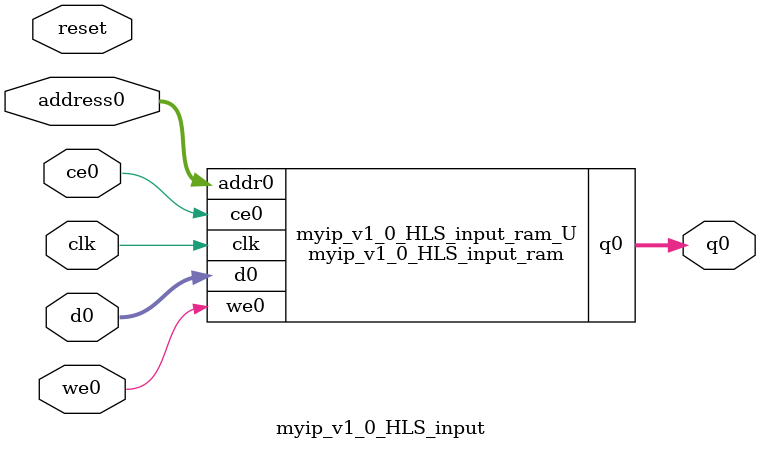
<source format=v>
`timescale 1 ns / 1 ps
module myip_v1_0_HLS_input_ram (addr0, ce0, d0, we0, q0,  clk);

parameter DWIDTH = 32;
parameter AWIDTH = 6;
parameter MEM_SIZE = 36;

input[AWIDTH-1:0] addr0;
input ce0;
input[DWIDTH-1:0] d0;
input we0;
output reg[DWIDTH-1:0] q0;
input clk;

(* ram_style = "block" *)reg [DWIDTH-1:0] ram[0:MEM_SIZE-1];




always @(posedge clk)  
begin 
    if (ce0) begin
        if (we0) 
            ram[addr0] <= d0; 
        q0 <= ram[addr0];
    end
end


endmodule

`timescale 1 ns / 1 ps
module myip_v1_0_HLS_input(
    reset,
    clk,
    address0,
    ce0,
    we0,
    d0,
    q0);

parameter DataWidth = 32'd32;
parameter AddressRange = 32'd36;
parameter AddressWidth = 32'd6;
input reset;
input clk;
input[AddressWidth - 1:0] address0;
input ce0;
input we0;
input[DataWidth - 1:0] d0;
output[DataWidth - 1:0] q0;



myip_v1_0_HLS_input_ram myip_v1_0_HLS_input_ram_U(
    .clk( clk ),
    .addr0( address0 ),
    .ce0( ce0 ),
    .we0( we0 ),
    .d0( d0 ),
    .q0( q0 ));

endmodule


</source>
